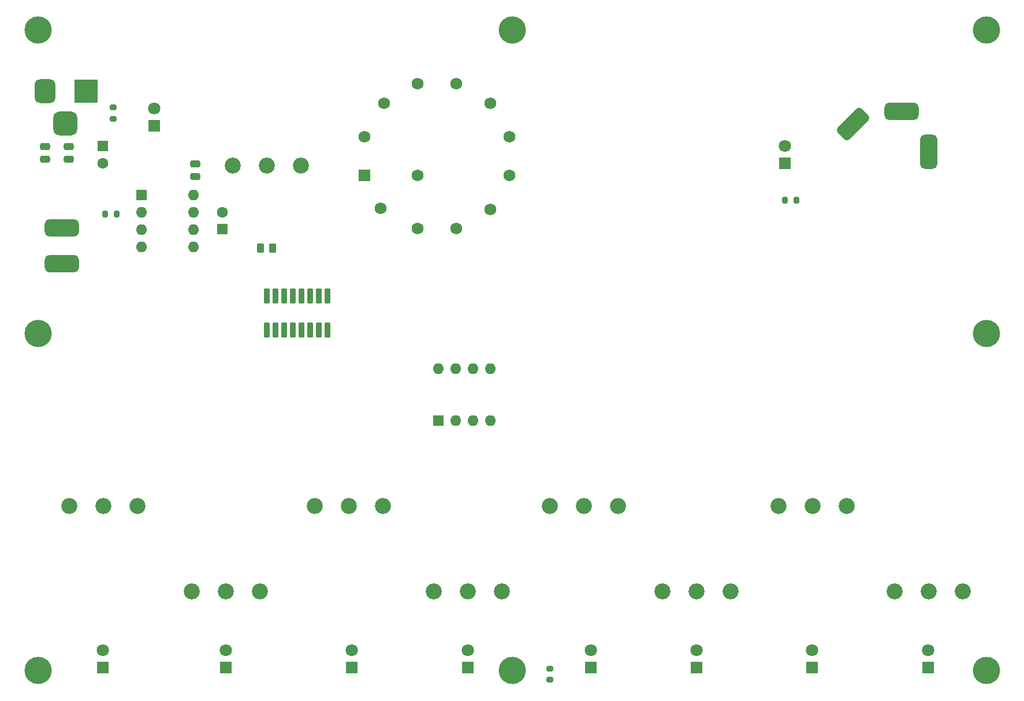
<source format=gbr>
%TF.GenerationSoftware,KiCad,Pcbnew,8.0.3*%
%TF.CreationDate,2024-06-17T23:08:01+02:00*%
%TF.ProjectId,Sequenceur,53657175-656e-4636-9575-722e6b696361,rev?*%
%TF.SameCoordinates,PX4add0a0PY8e93060*%
%TF.FileFunction,Soldermask,Top*%
%TF.FilePolarity,Negative*%
%FSLAX46Y46*%
G04 Gerber Fmt 4.6, Leading zero omitted, Abs format (unit mm)*
G04 Created by KiCad (PCBNEW 8.0.3) date 2024-06-17 23:08:01*
%MOMM*%
%LPD*%
G01*
G04 APERTURE LIST*
G04 Aperture macros list*
%AMRoundRect*
0 Rectangle with rounded corners*
0 $1 Rounding radius*
0 $2 $3 $4 $5 $6 $7 $8 $9 X,Y pos of 4 corners*
0 Add a 4 corners polygon primitive as box body*
4,1,4,$2,$3,$4,$5,$6,$7,$8,$9,$2,$3,0*
0 Add four circle primitives for the rounded corners*
1,1,$1+$1,$2,$3*
1,1,$1+$1,$4,$5*
1,1,$1+$1,$6,$7*
1,1,$1+$1,$8,$9*
0 Add four rect primitives between the rounded corners*
20,1,$1+$1,$2,$3,$4,$5,0*
20,1,$1+$1,$4,$5,$6,$7,0*
20,1,$1+$1,$6,$7,$8,$9,0*
20,1,$1+$1,$8,$9,$2,$3,0*%
G04 Aperture macros list end*
%ADD10R,3.500000X3.500000*%
%ADD11RoundRect,0.750000X-0.750000X-1.000000X0.750000X-1.000000X0.750000X1.000000X-0.750000X1.000000X0*%
%ADD12RoundRect,0.875000X-0.875000X-0.875000X0.875000X-0.875000X0.875000X0.875000X-0.875000X0.875000X0*%
%ADD13RoundRect,0.625000X1.767767X0.883883X0.883883X1.767767X-1.767767X-0.883883X-0.883883X-1.767767X0*%
%ADD14RoundRect,0.625000X-0.625000X-1.875000X0.625000X-1.875000X0.625000X1.875000X-0.625000X1.875000X0*%
%ADD15RoundRect,0.625000X-1.875000X0.625000X-1.875000X-0.625000X1.875000X-0.625000X1.875000X0.625000X0*%
%ADD16RoundRect,0.625000X1.875000X-0.625000X1.875000X0.625000X-1.875000X0.625000X-1.875000X-0.625000X0*%
%ADD17C,4.000000*%
%ADD18C,2.340000*%
%ADD19RoundRect,0.200000X0.200000X0.275000X-0.200000X0.275000X-0.200000X-0.275000X0.200000X-0.275000X0*%
%ADD20R,1.800000X1.800000*%
%ADD21C,1.800000*%
%ADD22RoundRect,0.200000X0.275000X-0.200000X0.275000X0.200000X-0.275000X0.200000X-0.275000X-0.200000X0*%
%ADD23R,1.600000X1.600000*%
%ADD24O,1.600000X1.600000*%
%ADD25C,1.600000*%
%ADD26RoundRect,0.250000X0.475000X-0.250000X0.475000X0.250000X-0.475000X0.250000X-0.475000X-0.250000X0*%
%ADD27RoundRect,0.056280X0.345720X-1.030720X0.345720X1.030720X-0.345720X1.030720X-0.345720X-1.030720X0*%
%ADD28RoundRect,0.250000X-0.475000X0.250000X-0.475000X-0.250000X0.475000X-0.250000X0.475000X0.250000X0*%
%ADD29RoundRect,0.250000X0.262500X0.450000X-0.262500X0.450000X-0.262500X-0.450000X0.262500X-0.450000X0*%
%ADD30R,1.755000X1.755000*%
%ADD31C,1.750000*%
%ADD32C,1.755000*%
%ADD33RoundRect,0.200000X-0.275000X0.200000X-0.275000X-0.200000X0.275000X-0.200000X0.275000X0.200000X0*%
G04 APERTURE END LIST*
D10*
%TO.C,J1*%
X10000000Y88000000D03*
D11*
X4000000Y88000000D03*
D12*
X7000000Y83300000D03*
%TD*%
D13*
%TO.C,J2*%
X122503806Y83212500D03*
D14*
X133600000Y79112500D03*
D15*
X129600000Y85112500D03*
%TD*%
D16*
%TO.C,SW1*%
X6500000Y62750000D03*
X6500000Y68000000D03*
%TD*%
D17*
%TO.C,*%
X142000000Y97000000D03*
%TD*%
%TO.C,*%
X3000000Y52500000D03*
%TD*%
%TO.C,*%
X142000000Y52500000D03*
%TD*%
%TO.C,*%
X72500000Y3000000D03*
%TD*%
%TO.C,*%
X72500000Y97000000D03*
%TD*%
%TO.C,*%
X142000000Y3000000D03*
%TD*%
%TO.C,*%
X3000000Y3000000D03*
%TD*%
%TO.C,*%
X3000000Y97000000D03*
%TD*%
D18*
%TO.C,RV8*%
X111547000Y27158000D03*
X116547000Y27158000D03*
X121547000Y27158000D03*
%TD*%
D19*
%TO.C,R5*%
X114150000Y72000000D03*
X112500000Y72000000D03*
%TD*%
D18*
%TO.C,RV5*%
X78047000Y27158000D03*
X83047000Y27158000D03*
X88047000Y27158000D03*
%TD*%
D20*
%TO.C,D5*%
X84000000Y3500000D03*
D21*
X84000000Y6040000D03*
%TD*%
D18*
%TO.C,RV1*%
X7547000Y27158000D03*
X12547000Y27158000D03*
X17547000Y27158000D03*
%TD*%
D20*
%TO.C,D7*%
X116500000Y3500000D03*
D21*
X116500000Y6040000D03*
%TD*%
D20*
%TO.C,D2*%
X30500000Y3500000D03*
D21*
X30500000Y6040000D03*
%TD*%
D22*
%TO.C,R4*%
X14000000Y84000000D03*
X14000000Y85650000D03*
%TD*%
D23*
%TO.C,U1*%
X18200000Y72800000D03*
D24*
X18200000Y70260000D03*
X18200000Y67720000D03*
X18200000Y65180000D03*
X25820000Y65180000D03*
X25820000Y67720000D03*
X25820000Y70260000D03*
X25820000Y72800000D03*
%TD*%
D20*
%TO.C,D3*%
X49000000Y3500000D03*
D21*
X49000000Y6040000D03*
%TD*%
D18*
%TO.C,RV2*%
X25547000Y14658000D03*
X30547000Y14658000D03*
X35547000Y14658000D03*
%TD*%
D19*
%TO.C,R1*%
X14500000Y70000000D03*
X12850000Y70000000D03*
%TD*%
D23*
%TO.C,C1*%
X12500000Y80000000D03*
D25*
X12500000Y77500000D03*
%TD*%
D23*
%TO.C,C4*%
X30000000Y67794888D03*
D25*
X30000000Y70294888D03*
%TD*%
D20*
%TO.C,D8*%
X133500000Y3500000D03*
D21*
X133500000Y6040000D03*
%TD*%
D26*
%TO.C,C5*%
X26000000Y75500000D03*
X26000000Y77400000D03*
%TD*%
D20*
%TO.C,D10*%
X112500000Y77460000D03*
D21*
X112500000Y80000000D03*
%TD*%
D27*
%TO.C,U3*%
X36555000Y53025000D03*
X37825000Y53025000D03*
X39095000Y53025000D03*
X40365000Y53025000D03*
X41635000Y53025000D03*
X42905000Y53025000D03*
X44175000Y53025000D03*
X45445000Y53025000D03*
X45445000Y57975000D03*
X44175000Y57975000D03*
X42905000Y57975000D03*
X41635000Y57975000D03*
X40365000Y57975000D03*
X39095000Y57975000D03*
X37825000Y57975000D03*
X36555000Y57975000D03*
%TD*%
D28*
%TO.C,C3*%
X4000000Y79950000D03*
X4000000Y78050000D03*
%TD*%
D20*
%TO.C,D4*%
X66000000Y3500000D03*
D21*
X66000000Y6040000D03*
%TD*%
D29*
%TO.C,R2*%
X37412500Y65000000D03*
X35587500Y65000000D03*
%TD*%
D20*
%TO.C,D6*%
X99500000Y3500000D03*
D21*
X99500000Y6040000D03*
%TD*%
D20*
%TO.C,D1*%
X12500000Y3500000D03*
D21*
X12500000Y6040000D03*
%TD*%
D28*
%TO.C,C2*%
X7500000Y79950000D03*
X7500000Y78050000D03*
%TD*%
D23*
%TO.C,U2*%
X61700000Y39700000D03*
D24*
X64240000Y39700000D03*
X66780000Y39700000D03*
X69320000Y39700000D03*
X69320000Y47320000D03*
X66780000Y47320000D03*
X64240000Y47320000D03*
X61700000Y47320000D03*
%TD*%
D18*
%TO.C,RV4*%
X61000000Y14658000D03*
X66000000Y14658000D03*
X71000000Y14658000D03*
%TD*%
%TO.C,RV9*%
X128547000Y14658000D03*
X133547000Y14658000D03*
X138547000Y14658000D03*
%TD*%
%TO.C,RV6*%
X94547000Y14658000D03*
X99547000Y14658000D03*
X104547000Y14658000D03*
%TD*%
D30*
%TO.C,SW2*%
X50874816Y75652991D03*
D31*
X53245000Y70880000D03*
X58652991Y67874816D03*
X64347009Y67874816D03*
D32*
X69278175Y70721825D03*
D31*
X72125184Y75652991D03*
X72125184Y81347009D03*
D32*
X69278175Y86278175D03*
D31*
X64347009Y89125184D03*
X58652991Y89125184D03*
X53721825Y86278175D03*
X50874816Y81347009D03*
D32*
X58671573Y75671573D03*
%TD*%
D18*
%TO.C,RV3*%
X43547000Y27158000D03*
X48547000Y27158000D03*
X53547000Y27158000D03*
%TD*%
D33*
%TO.C,R3*%
X78000000Y3325000D03*
X78000000Y1675000D03*
%TD*%
D20*
%TO.C,D9*%
X20000000Y82960000D03*
D21*
X20000000Y85500000D03*
%TD*%
D18*
%TO.C,RV7*%
X31547000Y77158000D03*
X36547000Y77158000D03*
X41547000Y77158000D03*
%TD*%
M02*

</source>
